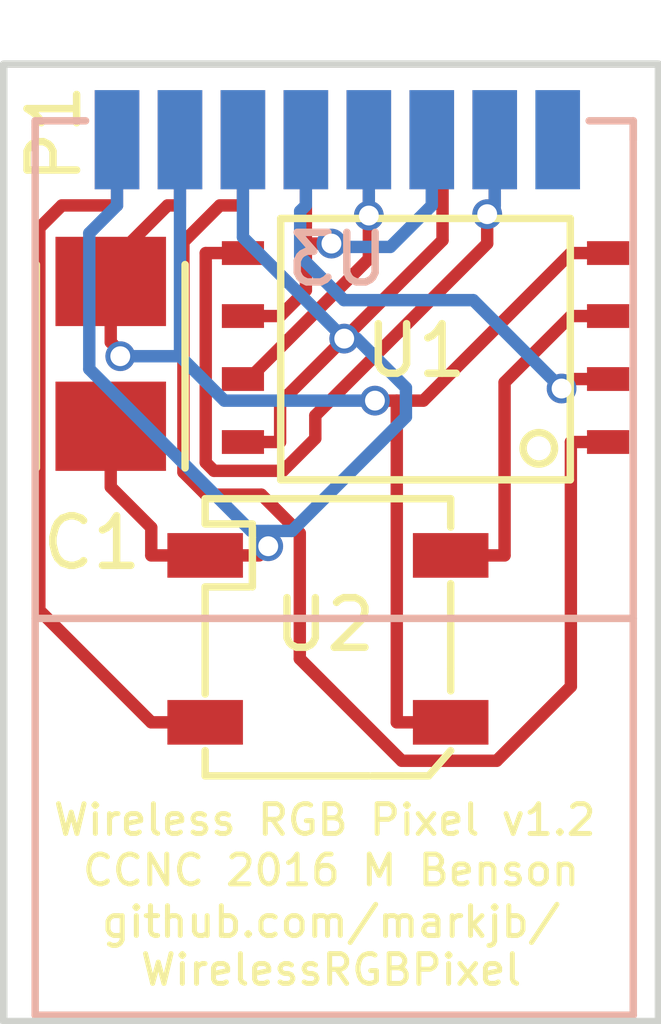
<source format=kicad_pcb>
(kicad_pcb (version 4) (host pcbnew 4.0.4+e1-6308~48~ubuntu16.04.1-stable)

  (general
    (links 19)
    (no_connects 0)
    (area 147.244999 105.7685 160.603001 126.640001)
    (thickness 1.6)
    (drawings 7)
    (tracks 114)
    (zones 0)
    (modules 5)
    (nets 10)
  )

  (page A4)
  (layers
    (0 F.Cu signal)
    (31 B.Cu signal)
    (32 B.Adhes user)
    (33 F.Adhes user)
    (34 B.Paste user)
    (35 F.Paste user)
    (36 B.SilkS user)
    (37 F.SilkS user)
    (38 B.Mask user)
    (39 F.Mask user)
    (40 Dwgs.User user)
    (41 Cmts.User user)
    (42 Eco1.User user)
    (43 Eco2.User user)
    (44 Edge.Cuts user)
    (45 Margin user)
    (46 B.CrtYd user)
    (47 F.CrtYd user)
    (48 B.Fab user)
    (49 F.Fab user)
  )

  (setup
    (last_trace_width 0.25)
    (trace_clearance 0.2)
    (zone_clearance 0.508)
    (zone_45_only no)
    (trace_min 0.2)
    (segment_width 0.2)
    (edge_width 0.15)
    (via_size 0.6)
    (via_drill 0.4)
    (via_min_size 0.4)
    (via_min_drill 0.3)
    (uvia_size 0.3)
    (uvia_drill 0.1)
    (uvias_allowed no)
    (uvia_min_size 0.2)
    (uvia_min_drill 0.1)
    (pcb_text_width 0.3)
    (pcb_text_size 1.5 1.5)
    (mod_edge_width 0.15)
    (mod_text_size 1 1)
    (mod_text_width 0.15)
    (pad_size 1.524 1.524)
    (pad_drill 0.762)
    (pad_to_mask_clearance 0.2)
    (aux_axis_origin 0 0)
    (visible_elements FFFEF77F)
    (pcbplotparams
      (layerselection 0x00030_80000001)
      (usegerberextensions false)
      (excludeedgelayer true)
      (linewidth 0.100000)
      (plotframeref false)
      (viasonmask false)
      (mode 1)
      (useauxorigin false)
      (hpglpennumber 1)
      (hpglpenspeed 20)
      (hpglpendiameter 15)
      (hpglpenoverlay 2)
      (psnegative false)
      (psa4output false)
      (plotreference true)
      (plotvalue true)
      (plotinvisibletext false)
      (padsonsilk false)
      (subtractmaskfromsilk false)
      (outputformat 1)
      (mirror false)
      (drillshape 1)
      (scaleselection 1)
      (outputdirectory ""))
  )

  (net 0 "")
  (net 1 "Net-(U1-Pad3)")
  (net 2 "Net-(C1-Pad2)")
  (net 3 "Net-(C1-Pad1)")
  (net 4 "Net-(P1-Pad1)")
  (net 5 "Net-(P1-Pad5)")
  (net 6 "Net-(P1-Pad7)")
  (net 7 "Net-(P1-Pad4)")
  (net 8 "Net-(P1-Pad3)")
  (net 9 "Net-(U1-Pad2)")

  (net_class Default "This is the default net class."
    (clearance 0.2)
    (trace_width 0.25)
    (via_dia 0.6)
    (via_drill 0.4)
    (uvia_dia 0.3)
    (uvia_drill 0.1)
    (add_net "Net-(C1-Pad1)")
    (add_net "Net-(C1-Pad2)")
    (add_net "Net-(P1-Pad1)")
    (add_net "Net-(P1-Pad3)")
    (add_net "Net-(P1-Pad4)")
    (add_net "Net-(P1-Pad5)")
    (add_net "Net-(P1-Pad7)")
    (add_net "Net-(U1-Pad2)")
    (add_net "Net-(U1-Pad3)")
  )

  (module Capacitors_Tantalum_SMD:TantalC_SizeB_EIA-3528_Reflow (layer F.Cu) (tedit 583CA185) (tstamp 5839CB91)
    (at 149.479 113.03 90)
    (descr "Tantal Cap. , Size B, EIA-3528, Reflow")
    (tags "Tantal Capacitor Size-B EIA-3528 Reflow")
    (path /577FF120)
    (attr smd)
    (fp_text reference C1 (at -3.81 -0.381 180) (layer F.SilkS)
      (effects (font (size 1 1) (thickness 0.15)))
    )
    (fp_text value 100u (at 0 2.7 90) (layer F.Fab)
      (effects (font (size 1 1) (thickness 0.15)))
    )
    (fp_line (start 2.7 -1.8) (end -2.7 -1.8) (layer F.CrtYd) (width 0.05))
    (fp_line (start -2.7 -1.8) (end -2.7 1.8) (layer F.CrtYd) (width 0.05))
    (fp_line (start -2.7 1.8) (end 2.7 1.8) (layer F.CrtYd) (width 0.05))
    (fp_line (start 2.7 1.8) (end 2.7 -1.8) (layer F.CrtYd) (width 0.05))
    (fp_line (start 1.8 1.5) (end -2.3 1.5) (layer F.SilkS) (width 0.15))
    (fp_line (start 1.8 -1.5) (end -2.3 -1.5) (layer F.SilkS) (width 0.15))
    (pad 2 smd rect (at 1.46 0 90) (size 1.8 2.23) (layers F.Cu F.Paste F.Mask)
      (net 2 "Net-(C1-Pad2)"))
    (pad 1 smd rect (at -1.46 0 90) (size 1.8 2.23) (layers F.Cu F.Paste F.Mask)
      (net 3 "Net-(C1-Pad1)"))
    (model Capacitors_Tantalum_SMD.3dshapes/TantalC_SizeB_EIA-3528_Reflow.wrl
      (at (xyz 0 0 0))
      (scale (xyz 1 1 1))
      (rotate (xyz 0 0 180))
    )
  )

  (module Custom:CONN7 (layer F.Cu) (tedit 583CA17A) (tstamp 5839CC18)
    (at 157.226 108.712 180)
    (path /57D6DA44)
    (fp_text reference P1 (at 8.89 0.127 270) (layer F.SilkS)
      (effects (font (size 1 1) (thickness 0.15)))
    )
    (fp_text value CONN_01X07 (at 3.81 1.9685 360) (layer F.Fab)
      (effects (font (size 1 1) (thickness 0.15)))
    )
    (pad 1 smd rect (at 0 0 180) (size 0.9 2) (layers F.Cu F.Paste F.Mask)
      (net 4 "Net-(P1-Pad1)"))
    (pad 2 smd rect (at 1.27 0 180) (size 0.9 2) (layers F.Cu F.Paste F.Mask)
      (net 3 "Net-(C1-Pad1)"))
    (pad 3 smd rect (at 2.54 0 180) (size 0.9 2) (layers F.Cu F.Paste F.Mask)
      (net 8 "Net-(P1-Pad3)"))
    (pad 4 smd rect (at 3.81 0 180) (size 0.9 2) (layers F.Cu F.Paste F.Mask)
      (net 7 "Net-(P1-Pad4)"))
    (pad 5 smd rect (at 5.08 0 180) (size 0.9 2) (layers F.Cu F.Paste F.Mask)
      (net 5 "Net-(P1-Pad5)"))
    (pad 6 smd rect (at 6.35 0 180) (size 0.9 2) (layers F.Cu F.Paste F.Mask)
      (net 2 "Net-(C1-Pad2)"))
    (pad 7 smd rect (at 7.62 0 180) (size 0.9 2) (layers F.Cu F.Paste F.Mask)
      (net 6 "Net-(P1-Pad7)"))
  )

  (module Custom:NRF24L01+_SMT (layer B.Cu) (tedit 57BB5127) (tstamp 5839CC60)
    (at 149.606 108.712)
    (path /5839C750)
    (fp_text reference U3 (at 4.445 2.413) (layer B.SilkS)
      (effects (font (size 1 1) (thickness 0.15)) (justify mirror))
    )
    (fp_text value NRF24L01+ (at 4.191 10.541 270) (layer B.Fab)
      (effects (font (size 1 1) (thickness 0.15)) (justify mirror))
    )
    (fp_line (start 10.414 9.652) (end -1.651 9.652) (layer B.SilkS) (width 0.15))
    (fp_line (start -1.651 -0.381) (end -1.651 17.653) (layer B.SilkS) (width 0.15))
    (fp_line (start -1.651 17.653) (end 10.414 17.653) (layer B.SilkS) (width 0.15))
    (fp_line (start 10.414 17.653) (end 10.414 -0.381) (layer B.SilkS) (width 0.15))
    (fp_line (start -1.651 -0.381) (end -1.651 -0.254) (layer B.SilkS) (width 0.15))
    (fp_line (start -0.635 -0.381) (end -1.651 -0.381) (layer B.SilkS) (width 0.15))
    (fp_line (start 10.414 -0.381) (end 9.525 -0.381) (layer B.SilkS) (width 0.15))
    (fp_line (start 10.414 0) (end 10.414 -0.381) (layer B.SilkS) (width 0.15))
    (fp_line (start -1.651 0) (end -1.651 -0.254) (layer B.SilkS) (width 0.15))
    (pad 1 smd rect (at 0 0) (size 0.9 2) (layers B.Cu B.Paste B.Mask)
      (net 3 "Net-(C1-Pad1)"))
    (pad 2 smd rect (at 1.27 0) (size 0.9 2) (layers B.Cu B.Paste B.Mask)
      (net 2 "Net-(C1-Pad2)"))
    (pad 3 smd rect (at 2.54 0) (size 0.9 2) (layers B.Cu B.Paste B.Mask)
      (net 3 "Net-(C1-Pad1)"))
    (pad 4 smd rect (at 3.81 0) (size 0.9 2) (layers B.Cu B.Paste B.Mask)
      (net 9 "Net-(U1-Pad2)"))
    (pad 5 smd rect (at 5.08 0) (size 0.9 2) (layers B.Cu B.Paste B.Mask)
      (net 8 "Net-(P1-Pad3)"))
    (pad 6 smd rect (at 6.35 0) (size 0.9 2) (layers B.Cu B.Paste B.Mask)
      (net 7 "Net-(P1-Pad4)"))
    (pad 7 smd rect (at 7.62 0) (size 0.9 2) (layers B.Cu B.Paste B.Mask)
      (net 4 "Net-(P1-Pad1)"))
    (pad 8 smd rect (at 8.89 0) (size 0.9 2) (layers B.Cu B.Paste B.Mask))
    (model /home/mark/Documents/freecad/nrf24l01_smd.wrl
      (at (xyz 0.414 -0.012 0))
      (scale (xyz 0.395 0.395 0.395))
      (rotate (xyz 0 0 -90))
    )
  )

  (module Custom:WS2812B_SMT (layer F.Cu) (tedit 583CA18C) (tstamp 5839CC4B)
    (at 151.384 117.094)
    (path /5839C986)
    (fp_text reference U2 (at 2.413 1.397) (layer F.SilkS)
      (effects (font (size 1 1) (thickness 0.15)))
    )
    (fp_text value WS2812B (at 2.413 -2.286) (layer F.Fab)
      (effects (font (size 1 1) (thickness 0.15)))
    )
    (fp_line (start 4.953 3.937) (end 4.5085 4.445) (layer F.SilkS) (width 0.15))
    (fp_line (start 4.5085 4.445) (end 3.937 4.445) (layer F.SilkS) (width 0.15))
    (fp_line (start 4.0005 4.445) (end 3.3655 4.445) (layer F.SilkS) (width 0.15))
    (fp_line (start 4.953 2.286) (end 4.953 2.7305) (layer F.SilkS) (width 0.15))
    (fp_line (start 4.953 2.286) (end 4.953 0.635) (layer F.SilkS) (width 0.15))
    (fp_line (start 3.302 4.445) (end 0 4.445) (layer F.SilkS) (width 0.15))
    (fp_line (start 4.953 -0.635) (end 4.953 -0.5715) (layer F.SilkS) (width 0.15))
    (fp_line (start 4.953 0.635) (end 4.953 0.5715) (layer F.SilkS) (width 0.15))
    (fp_line (start 0 4.064) (end 0 3.937) (layer F.SilkS) (width 0.15))
    (fp_line (start 0 -0.635) (end 0.9525 -0.635) (layer F.SilkS) (width 0.15))
    (fp_line (start 0 0.635) (end 0.889 0.635) (layer F.SilkS) (width 0.15))
    (fp_line (start 4.953 -1.143) (end 4.953 -0.635) (layer F.SilkS) (width 0.15))
    (fp_line (start 4.953 -1.143) (end 0 -1.143) (layer F.SilkS) (width 0.15))
    (fp_line (start 0 -0.635) (end 0 -1.143) (layer F.SilkS) (width 0.15))
    (fp_line (start 0 4.445) (end 0 4.064) (layer F.SilkS) (width 0.15))
    (fp_line (start 0 0.635) (end 0 2.794) (layer F.SilkS) (width 0.15))
    (fp_line (start 0.9525 -0.5715) (end 0.9525 0.635) (layer F.SilkS) (width 0.15))
    (pad 1 smd rect (at 0 0) (size 1.524 0.9) (layers F.Cu F.Paste F.Mask)
      (net 3 "Net-(C1-Pad1)"))
    (pad 2 smd rect (at 0 3.3655) (size 1.524 0.9) (layers F.Cu F.Paste F.Mask)
      (net 6 "Net-(P1-Pad7)"))
    (pad 4 smd rect (at 4.953 0) (size 1.524 0.9) (layers F.Cu F.Paste F.Mask)
      (net 1 "Net-(U1-Pad3)"))
    (pad 3 smd rect (at 4.953 3.3655) (size 1.524 0.9) (layers F.Cu F.Paste F.Mask)
      (net 2 "Net-(C1-Pad2)"))
    (model /home/mark/Documents/freecad/ws2812b.wrl
      (at (xyz 0 0.035 0))
      (scale (xyz 0.4 0.4 0.4))
      (rotate (xyz 0 0 -270))
    )
  )

  (module Custom:ATTiny85_8S2_EIAJ_SO8 (layer F.Cu) (tedit 583CABBF) (tstamp 5839CC22)
    (at 159.512 114.808 180)
    (path /577FF051)
    (fp_text reference U1 (at 3.8735 1.8415 180) (layer F.SilkS)
      (effects (font (size 1 1) (thickness 0.15)))
    )
    (fp_text value ATTINY85-P (at 4.2545 5.842 180) (layer F.Fab)
      (effects (font (size 1 1) (thickness 0.15)))
    )
    (fp_circle (center 1.397 -0.127) (end 1.5875 0.127) (layer F.SilkS) (width 0.15))
    (fp_line (start 6.604 -0.762) (end 0.762 -0.762) (layer F.SilkS) (width 0.15))
    (fp_line (start 0.762 4.5085) (end 6.604 4.5085) (layer F.SilkS) (width 0.15))
    (fp_line (start 6.604 -0.762) (end 6.604 4.5085) (layer F.SilkS) (width 0.15))
    (fp_line (start 0.762 4.5085) (end 0.762 -0.762) (layer F.SilkS) (width 0.15))
    (pad 1 smd rect (at 0 0 180) (size 0.85 0.48) (layers F.Cu F.Paste F.Mask)
      (net 5 "Net-(P1-Pad5)"))
    (pad 2 smd rect (at 0 1.27 180) (size 0.85 0.48) (layers F.Cu F.Paste F.Mask)
      (net 9 "Net-(U1-Pad2)"))
    (pad 3 smd rect (at 0 2.54 180) (size 0.85 0.48) (layers F.Cu F.Paste F.Mask)
      (net 1 "Net-(U1-Pad3)"))
    (pad 4 smd rect (at 0 3.81 180) (size 0.85 0.48) (layers F.Cu F.Paste F.Mask)
      (net 2 "Net-(C1-Pad2)"))
    (pad 8 smd rect (at 7.366 0 180) (size 0.85 0.48) (layers F.Cu F.Paste F.Mask)
      (net 3 "Net-(C1-Pad1)"))
    (pad 7 smd rect (at 7.366 1.27 180) (size 0.85 0.48) (layers F.Cu F.Paste F.Mask)
      (net 8 "Net-(P1-Pad3)"))
    (pad 6 smd rect (at 7.366 2.54 180) (size 0.85 0.48) (layers F.Cu F.Paste F.Mask)
      (net 7 "Net-(P1-Pad4)"))
    (pad 5 smd rect (at 7.366 3.81 180) (size 0.85 0.48) (layers F.Cu F.Paste F.Mask)
      (net 4 "Net-(P1-Pad1)"))
  )

  (gr_line (start 147.32 126.492) (end 147.32 107.188) (angle 90) (layer Edge.Cuts) (width 0.15))
  (gr_line (start 160.528 126.492) (end 147.32 126.492) (angle 90) (layer Edge.Cuts) (width 0.15))
  (gr_line (start 160.528 107.188) (end 160.528 126.492) (angle 90) (layer Edge.Cuts) (width 0.15))
  (gr_line (start 147.32 107.188) (end 160.528 107.188) (angle 90) (layer Edge.Cuts) (width 0.15))
  (gr_text "github.com/markjb/\nWirelessRGBPixel" (at 153.924 124.968) (layer F.SilkS)
    (effects (font (size 0.6 0.6) (thickness 0.1)))
  )
  (gr_text "CCNC 2016 M Benson" (at 153.924 123.444) (layer F.SilkS)
    (effects (font (size 0.6 0.6) (thickness 0.1)))
  )
  (gr_text "Wireless RGB Pixel v1.2" (at 153.797 122.428) (layer F.SilkS)
    (effects (font (size 0.6 0.6) (thickness 0.1)))
  )

  (segment (start 157.4243 113.6054) (end 157.4243 117.094) (width 0.25) (layer F.Cu) (net 1))
  (segment (start 158.7617 112.268) (end 157.4243 113.6054) (width 0.25) (layer F.Cu) (net 1))
  (segment (start 159.512 112.268) (end 158.7617 112.268) (width 0.25) (layer F.Cu) (net 1))
  (segment (start 156.337 117.094) (end 157.4243 117.094) (width 0.25) (layer F.Cu) (net 1))
  (via (at 154.809 113.9734) (size 0.6) (layers F.Cu B.Cu) (net 2))
  (via (at 149.6713 113.0776) (size 0.6) (layers F.Cu B.Cu) (net 2))
  (segment (start 149.479 111.57) (end 149.479 111.1843) (width 0.25) (layer F.Cu) (net 2))
  (segment (start 150.876 108.712) (end 150.876 110.0373) (width 0.25) (layer F.Cu) (net 2))
  (segment (start 150.876 108.712) (end 150.876 110.0373) (width 0.25) (layer B.Cu) (net 2))
  (segment (start 159.512 110.998) (end 158.7617 110.998) (width 0.25) (layer F.Cu) (net 2))
  (segment (start 156.337 120.4595) (end 155.2497 120.4595) (width 0.25) (layer F.Cu) (net 2))
  (segment (start 155.2497 113.9734) (end 155.2497 120.4595) (width 0.25) (layer F.Cu) (net 2))
  (segment (start 155.7863 113.9734) (end 158.7617 110.998) (width 0.25) (layer F.Cu) (net 2))
  (segment (start 155.2497 113.9734) (end 155.7863 113.9734) (width 0.25) (layer F.Cu) (net 2))
  (segment (start 154.809 113.9734) (end 155.2497 113.9734) (width 0.25) (layer F.Cu) (net 2))
  (segment (start 150.626 110.0373) (end 150.876 110.0373) (width 0.25) (layer F.Cu) (net 2))
  (segment (start 149.479 111.1843) (end 150.626 110.0373) (width 0.25) (layer F.Cu) (net 2))
  (segment (start 149.6713 112.9876) (end 149.479 112.7953) (width 0.25) (layer F.Cu) (net 2))
  (segment (start 149.6713 113.0776) (end 149.6713 112.9876) (width 0.25) (layer F.Cu) (net 2))
  (segment (start 149.479 111.57) (end 149.479 112.7953) (width 0.25) (layer F.Cu) (net 2))
  (segment (start 150.876 113.0776) (end 150.876 110.0373) (width 0.25) (layer B.Cu) (net 2))
  (segment (start 151.7718 113.9734) (end 150.876 113.0776) (width 0.25) (layer B.Cu) (net 2))
  (segment (start 154.809 113.9734) (end 151.7718 113.9734) (width 0.25) (layer B.Cu) (net 2))
  (segment (start 150.876 113.0776) (end 149.6713 113.0776) (width 0.25) (layer B.Cu) (net 2))
  (via (at 152.6564 116.9089) (size 0.6) (layers F.Cu B.Cu) (net 3))
  (via (at 154.1896 112.7226) (size 0.6) (layers F.Cu B.Cu) (net 3))
  (segment (start 150.2967 116.533) (end 149.479 115.7153) (width 0.25) (layer F.Cu) (net 3))
  (segment (start 150.2967 117.094) (end 150.2967 116.533) (width 0.25) (layer F.Cu) (net 3))
  (segment (start 151.384 117.094) (end 150.2967 117.094) (width 0.25) (layer F.Cu) (net 3))
  (segment (start 149.479 114.49) (end 149.479 115.7153) (width 0.25) (layer F.Cu) (net 3))
  (segment (start 151.384 117.094) (end 152.4713 117.094) (width 0.25) (layer F.Cu) (net 3))
  (segment (start 156.173 108.929) (end 155.956 108.712) (width 0.25) (layer F.Cu) (net 3))
  (segment (start 152.146 114.808) (end 152.8963 114.808) (width 0.25) (layer F.Cu) (net 3))
  (segment (start 152.6564 116.9089) (end 152.4713 117.094) (width 0.25) (layer F.Cu) (net 3))
  (segment (start 152.8963 114.0159) (end 154.1896 112.7226) (width 0.25) (layer F.Cu) (net 3))
  (segment (start 152.8963 114.808) (end 152.8963 114.0159) (width 0.25) (layer F.Cu) (net 3))
  (segment (start 156.173 110.7392) (end 156.173 108.929) (width 0.25) (layer F.Cu) (net 3))
  (segment (start 154.1896 112.7226) (end 156.173 110.7392) (width 0.25) (layer F.Cu) (net 3))
  (segment (start 152.146 110.679) (end 154.1896 112.7226) (width 0.25) (layer B.Cu) (net 3))
  (segment (start 152.146 108.712) (end 152.146 110.679) (width 0.25) (layer B.Cu) (net 3))
  (segment (start 152.6564 116.6005) (end 152.6564 116.9089) (width 0.25) (layer B.Cu) (net 3))
  (segment (start 154.1896 112.7227) (end 154.1896 112.7226) (width 0.25) (layer B.Cu) (net 3))
  (segment (start 154.4429 112.7227) (end 154.1896 112.7227) (width 0.25) (layer B.Cu) (net 3))
  (segment (start 155.4343 113.7141) (end 154.4429 112.7227) (width 0.25) (layer B.Cu) (net 3))
  (segment (start 155.4343 114.3007) (end 155.4343 113.7141) (width 0.25) (layer B.Cu) (net 3))
  (segment (start 153.1345 116.6005) (end 155.4343 114.3007) (width 0.25) (layer B.Cu) (net 3))
  (segment (start 152.6564 116.6005) (end 153.1345 116.6005) (width 0.25) (layer B.Cu) (net 3))
  (segment (start 152.3099 116.6005) (end 152.6564 116.6005) (width 0.25) (layer B.Cu) (net 3))
  (segment (start 149.046 113.3366) (end 152.3099 116.6005) (width 0.25) (layer B.Cu) (net 3))
  (segment (start 149.046 110.5973) (end 149.046 113.3366) (width 0.25) (layer B.Cu) (net 3))
  (segment (start 149.606 110.0373) (end 149.046 110.5973) (width 0.25) (layer B.Cu) (net 3))
  (segment (start 149.606 108.712) (end 149.606 110.0373) (width 0.25) (layer B.Cu) (net 3))
  (via (at 157.0736 110.2136) (size 0.6) (layers F.Cu B.Cu) (net 4))
  (segment (start 157.226 108.712) (end 157.226 110.0373) (width 0.25) (layer B.Cu) (net 4))
  (segment (start 157.226 108.712) (end 157.226 110.0373) (width 0.25) (layer F.Cu) (net 4))
  (segment (start 157.0736 110.1897) (end 157.226 110.0373) (width 0.25) (layer F.Cu) (net 4))
  (segment (start 157.0736 110.2136) (end 157.0736 110.1897) (width 0.25) (layer F.Cu) (net 4))
  (segment (start 157.226 110.0612) (end 157.0736 110.2136) (width 0.25) (layer B.Cu) (net 4))
  (segment (start 157.226 110.0373) (end 157.226 110.0612) (width 0.25) (layer B.Cu) (net 4))
  (segment (start 157.0736 110.8063) (end 157.0736 110.2136) (width 0.25) (layer F.Cu) (net 4))
  (segment (start 153.6059 114.274) (end 157.0736 110.8063) (width 0.25) (layer F.Cu) (net 4))
  (segment (start 153.6059 114.7353) (end 153.6059 114.274) (width 0.25) (layer F.Cu) (net 4))
  (segment (start 152.9524 115.3888) (end 153.6059 114.7353) (width 0.25) (layer F.Cu) (net 4))
  (segment (start 151.5625 115.3888) (end 152.9524 115.3888) (width 0.25) (layer F.Cu) (net 4))
  (segment (start 151.3957 115.222) (end 151.5625 115.3888) (width 0.25) (layer F.Cu) (net 4))
  (segment (start 151.3957 110.998) (end 151.3957 115.222) (width 0.25) (layer F.Cu) (net 4))
  (segment (start 152.146 110.998) (end 151.3957 110.998) (width 0.25) (layer F.Cu) (net 4))
  (segment (start 151.6808 110.0373) (end 152.146 110.0373) (width 0.25) (layer F.Cu) (net 5))
  (segment (start 150.9453 110.7728) (end 151.6808 110.0373) (width 0.25) (layer F.Cu) (net 5))
  (segment (start 150.9453 115.417) (end 150.9453 110.7728) (width 0.25) (layer F.Cu) (net 5))
  (segment (start 151.3973 115.869) (end 150.9453 115.417) (width 0.25) (layer F.Cu) (net 5))
  (segment (start 152.5165 115.869) (end 151.3973 115.869) (width 0.25) (layer F.Cu) (net 5))
  (segment (start 153.293 116.6455) (end 152.5165 115.869) (width 0.25) (layer F.Cu) (net 5))
  (segment (start 153.293 119.1783) (end 153.293 116.6455) (width 0.25) (layer F.Cu) (net 5))
  (segment (start 155.3496 121.2349) (end 153.293 119.1783) (width 0.25) (layer F.Cu) (net 5))
  (segment (start 157.2643 121.2349) (end 155.3496 121.2349) (width 0.25) (layer F.Cu) (net 5))
  (segment (start 158.7617 119.7375) (end 157.2643 121.2349) (width 0.25) (layer F.Cu) (net 5))
  (segment (start 158.7617 114.808) (end 158.7617 119.7375) (width 0.25) (layer F.Cu) (net 5))
  (segment (start 159.512 114.808) (end 158.7617 114.808) (width 0.25) (layer F.Cu) (net 5))
  (segment (start 152.146 108.712) (end 152.146 110.0373) (width 0.25) (layer F.Cu) (net 5))
  (segment (start 148.4924 110.0373) (end 149.606 110.0373) (width 0.25) (layer F.Cu) (net 6))
  (segment (start 148.0386 110.4911) (end 148.4924 110.0373) (width 0.25) (layer F.Cu) (net 6))
  (segment (start 148.0386 118.2014) (end 148.0386 110.4911) (width 0.25) (layer F.Cu) (net 6))
  (segment (start 150.2967 120.4595) (end 148.0386 118.2014) (width 0.25) (layer F.Cu) (net 6))
  (segment (start 151.384 120.4595) (end 150.2967 120.4595) (width 0.25) (layer F.Cu) (net 6))
  (segment (start 149.606 108.712) (end 149.606 110.0373) (width 0.25) (layer F.Cu) (net 6))
  (via (at 153.9313 110.8064) (size 0.6) (layers F.Cu B.Cu) (net 7))
  (segment (start 152.146 112.268) (end 152.8963 112.268) (width 0.25) (layer F.Cu) (net 7))
  (segment (start 155.1194 110.8739) (end 155.956 110.0373) (width 0.25) (layer B.Cu) (net 7))
  (segment (start 153.9988 110.8739) (end 155.1194 110.8739) (width 0.25) (layer B.Cu) (net 7))
  (segment (start 153.9313 110.8064) (end 153.9988 110.8739) (width 0.25) (layer B.Cu) (net 7))
  (segment (start 153.416 110.8064) (end 153.9313 110.8064) (width 0.25) (layer F.Cu) (net 7))
  (segment (start 153.416 108.712) (end 153.416 110.8064) (width 0.25) (layer F.Cu) (net 7))
  (segment (start 153.416 111.7483) (end 152.8963 112.268) (width 0.25) (layer F.Cu) (net 7))
  (segment (start 153.416 110.8064) (end 153.416 111.7483) (width 0.25) (layer F.Cu) (net 7))
  (segment (start 155.956 108.712) (end 155.956 110.0373) (width 0.25) (layer B.Cu) (net 7))
  (via (at 154.686 110.2415) (size 0.6) (layers F.Cu B.Cu) (net 8))
  (segment (start 154.686 108.712) (end 154.686 110.0373) (width 0.25) (layer F.Cu) (net 8))
  (segment (start 154.686 108.712) (end 154.686 110.0373) (width 0.25) (layer B.Cu) (net 8))
  (segment (start 154.686 110.0373) (end 154.686 110.2415) (width 0.25) (layer B.Cu) (net 8))
  (segment (start 154.686 110.2415) (end 154.686 110.0373) (width 0.25) (layer F.Cu) (net 8))
  (segment (start 154.686 111.1152) (end 154.686 110.2415) (width 0.25) (layer F.Cu) (net 8))
  (segment (start 152.2632 113.538) (end 154.686 111.1152) (width 0.25) (layer F.Cu) (net 8))
  (segment (start 152.146 113.538) (end 152.2632 113.538) (width 0.25) (layer F.Cu) (net 8))
  (via (at 158.5742 113.7293) (size 0.6) (layers F.Cu B.Cu) (net 9))
  (segment (start 158.7617 113.5418) (end 158.5742 113.7293) (width 0.25) (layer F.Cu) (net 9))
  (segment (start 158.7617 113.538) (end 158.7617 113.5418) (width 0.25) (layer F.Cu) (net 9))
  (segment (start 153.3008 110.1525) (end 153.416 110.0373) (width 0.25) (layer B.Cu) (net 9))
  (segment (start 153.3008 111.0647) (end 153.3008 110.1525) (width 0.25) (layer B.Cu) (net 9))
  (segment (start 154.1834 111.9473) (end 153.3008 111.0647) (width 0.25) (layer B.Cu) (net 9))
  (segment (start 156.7922 111.9473) (end 154.1834 111.9473) (width 0.25) (layer B.Cu) (net 9))
  (segment (start 158.5742 113.7293) (end 156.7922 111.9473) (width 0.25) (layer B.Cu) (net 9))
  (segment (start 159.512 113.538) (end 158.7617 113.538) (width 0.25) (layer F.Cu) (net 9))
  (segment (start 153.416 108.712) (end 153.416 110.0373) (width 0.25) (layer B.Cu) (net 9))

)

</source>
